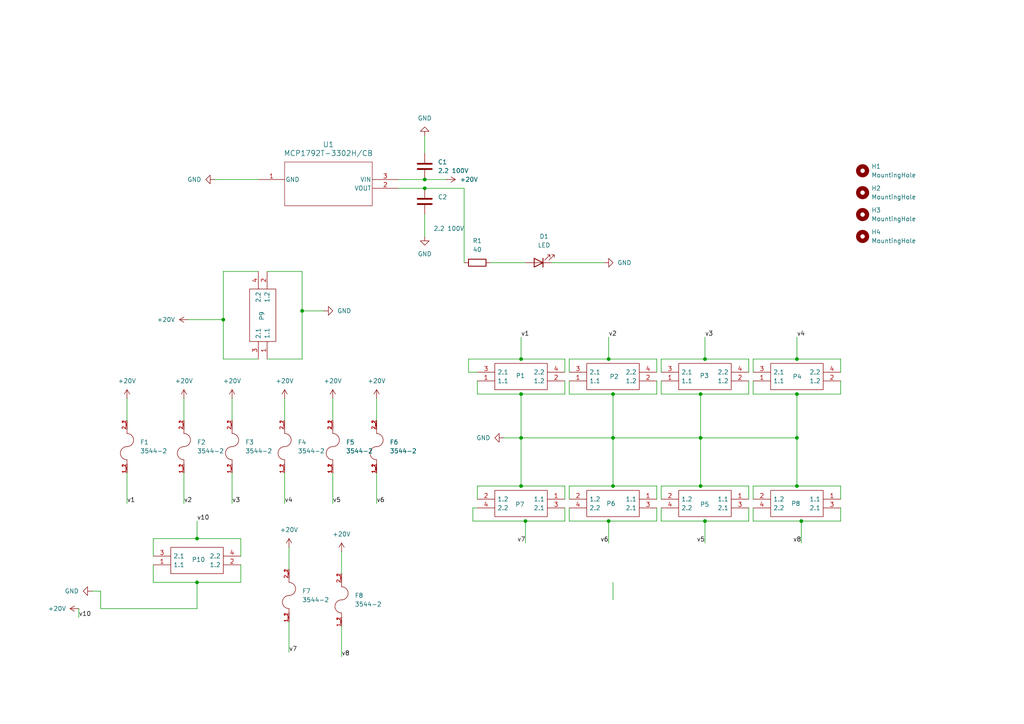
<source format=kicad_sch>
(kicad_sch (version 20250114) (generator "eeschema") (generator_version "9.0")
  (paper "A4")
  (title_block (title "Proxy PD") (rev "LL-Proxy-PD-A "))
  (lib_symbols
    (symbol "2604-1102:2604-1102" (pin_names (offset 0.762))
      (property "Reference" "J" (at 21.59 7.62 0))
      (property "Value" "2604-1102" (at 21.59 5.08 0))
      (symbol "2604-1102_0_0"
        (pin passive line (at 0 0 0) (length 5.08) (name "1.1") (number "1"))
        (pin passive line (at 0 -2.54 0) (length 5.08) (name "2.1") (number "3"))
        (pin passive line (at 25.4 0 180) (length 5.08) (name "1.2") (number "2"))
        (pin passive line (at 25.4 -2.54 180) (length 5.08) (name "2.2") (number "4"))
      )
      (symbol "2604-1102_0_1"
        (polyline (pts (xy 5.08 2.54) (xy 20.32 2.54) (xy 20.32 -5.08) (xy 5.08 -5.08) (xy 5.08 2.54)) (stroke (width 0.1524)))
      )
    )
    (symbol "3544-2:3544-2" (pin_names (offset 1.016))
      (property "Reference" "F" (at -5.08 3.302 0))
      (property "Value" "3544-2" (at -5.08 -5.08 0))
      (symbol "3544-2_0_0"
        (polyline (pts (xy -5.08 0) (xy -3.81 0)) (stroke (width 0.1524)))
        (arc (start -3.81 0) (mid -1.905 1.8967) (end 0 0) (stroke (width 0.1524)))
        (arc (start 3.81 0) (mid 1.905 -1.8967) (end 0 0) (stroke (width 0.1524)))
        (polyline (pts (xy 5.08 0) (xy 3.81 0)) (stroke (width 0.1524)))
        (pin passive line (at -7.62 0 0) (length 2.54) (name "~") (number "1_1"))
        (pin passive line (at -7.62 0 0) (length 2.54) (name "~") (number "1_2"))
        (pin passive line (at 7.62 0 180) (length 2.54) (name "~") (number "2_1"))
        (pin passive line (at 7.62 0 180) (length 2.54) (name "~") (number "2_2"))
      )
    )
    (symbol "Device:C" (pin_numbers (hide yes)) (pin_names (offset 0.254))
      (property "Reference" "C" (at 0.635 2.54 0))
      (property "Value" "C" (at 0.635 -2.54 0))
      (symbol "C_0_1"
        (polyline (pts (xy -2.032 0.762) (xy 2.032 0.762)) (stroke (width 0.508)))
        (polyline (pts (xy -2.032 -0.762) (xy 2.032 -0.762)) (stroke (width 0.508)))
      )
      (symbol "C_1_1"
        (pin passive line (at 0 3.81 270) (length 2.794) (name "~") (number "1"))
        (pin passive line (at 0 -3.81 90) (length 2.794) (name "~") (number "2"))
      )
    )
    (symbol "Device:LED" (pin_numbers (hide yes)) (pin_names (offset 1.016) (hide yes))
      (property "Reference" "D" (at 0 2.54 0))
      (property "Value" "LED" (at 0 -2.54 0))
      (symbol "LED_0_1"
        (polyline (pts (xy -3.048 -0.762) (xy -4.572 -2.286) (xy -3.81 -2.286) (xy -4.572 -2.286) (xy -4.572 -1.524)))
        (polyline (pts (xy -1.778 -0.762) (xy -3.302 -2.286) (xy -2.54 -2.286) (xy -3.302 -2.286) (xy -3.302 -1.524)))
        (polyline (pts (xy -1.27 0) (xy 1.27 0)))
        (polyline (pts (xy -1.27 -1.27) (xy -1.27 1.27)) (stroke (width 0.254)))
        (polyline (pts (xy 1.27 -1.27) (xy 1.27 1.27) (xy -1.27 0) (xy 1.27 -1.27)) (stroke (width 0.254)))
      )
      (symbol "LED_1_1"
        (pin passive line (at -3.81 0 0) (length 2.54) (name "K") (number "1"))
        (pin passive line (at 3.81 0 180) (length 2.54) (name "A") (number "2"))
      )
    )
    (symbol "Device:R" (pin_numbers (hide yes)) (pin_names (offset 0))
      (property "Reference" "R" (at 2.032 0 90))
      (property "Value" "R" (at 0 0 90))
      (symbol "R_0_1"
        (rectangle (start -1.016 -2.54) (end 1.016 2.54) (stroke (width 0.254)))
      )
      (symbol "R_1_1"
        (pin passive line (at 0 3.81 270) (length 1.27) (name "~") (number "1"))
        (pin passive line (at 0 -3.81 90) (length 1.27) (name "~") (number "2"))
      )
    )
    (symbol "MCP1792T-3302H/CB:MCP1792T-3302H_CB" (pin_names (offset 0.254))
      (property "Reference" "U" (at 20.32 10.16 0))
      (property "Value" "MCP1792T-3302H/CB" (at 20.32 7.62 0))
      (symbol "MCP1792T-3302H_CB_0_1"
        (polyline (pts (xy 7.62 5.08) (xy 7.62 -7.62)) (stroke (width 0.127)))
        (polyline (pts (xy 7.62 -7.62) (xy 33.02 -7.62)) (stroke (width 0.127)))
        (polyline (pts (xy 33.02 5.08) (xy 7.62 5.08)) (stroke (width 0.127)))
        (polyline (pts (xy 33.02 -7.62) (xy 33.02 5.08)) (stroke (width 0.127)))
        (pin power_out line (at 0 0 0) (length 7.62) (name "GND") (number "1"))
        (pin power_in line (at 40.64 0 180) (length 7.62) (name "VIN") (number "3"))
        (pin output line (at 40.64 -2.54 180) (length 7.62) (name "VOUT") (number "2"))
      )
    )
    (symbol "Mechanical:MountingHole" (pin_names (offset 1.016)) (in_bom no)
      (property "Reference" "H" (at 0 5.08 0))
      (property "Value" "MountingHole" (at 0 3.175 0))
      (symbol "MountingHole_0_1"
        (circle (center 0 0) (radius 1.27) (stroke (width 1.27)))
      )
    )
    (symbol "power:+24V" (power) (pin_numbers (hide yes)) (pin_names (offset 0) (hide yes))
      (property "Value" "+24V" (at 0 3.556 0))
      (symbol "+24V_0_1"
        (polyline (pts (xy -0.762 1.27) (xy 0 2.54)))
        (polyline (pts (xy 0 2.54) (xy 0.762 1.27)))
        (polyline (pts (xy 0 0) (xy 0 2.54)))
      )
      (symbol "+24V_1_1"
        (pin power_in line (at 0 0 90) (length 0) (name "~") (number "1"))
      )
    )
    (symbol "power:GND" (power) (pin_numbers (hide yes)) (pin_names (offset 0) (hide yes))
      (property "Value" "GND" (at 0 -3.81 0))
      (symbol "GND_0_1"
        (polyline (pts (xy 0 0) (xy 0 -1.27) (xy 1.27 -1.27) (xy 0 -2.54) (xy -1.27 -1.27) (xy 0 -1.27)))
      )
      (symbol "GND_1_1"
        (pin power_in line (at 0 0 270) (length 0) (name "~") (number "1"))
      )
    )
  )
  (junction (at 123.19 52.07))
  (junction (at 204.47 104.14))
  (junction (at 177.8 140.97))
  (junction (at 64.77 92.71))
  (junction (at 204.47 151.13))
  (junction (at 151.13 140.97))
  (junction (at 231.14 127))
  (junction (at 232.41 151.13))
  (junction (at 231.14 114.3))
  (junction (at 203.2 127))
  (junction (at 231.14 140.97))
  (junction (at 152.4 151.13))
  (junction (at 176.53 104.14))
  (junction (at 177.8 127))
  (junction (at 151.13 104.14))
  (junction (at 151.13 127))
  (junction (at 123.19 54.61))
  (junction (at 203.2 114.3))
  (junction (at 176.53 151.13))
  (junction (at 87.63 90.17))
  (junction (at 177.8 114.3))
  (junction (at 231.14 104.14))
  (junction (at 203.2 140.97))
  (junction (at 57.15 156.21))
  (junction (at 151.13 114.3))
  (junction (at 57.15 168.91))
  (wire (pts (xy 151.13 114.3) (xy 151.13 127)))
  (wire (pts (xy 151.13 114.3) (xy 138.43 114.3)))
  (wire (pts (xy 190.5 104.14) (xy 190.5 107.95)))
  (wire (pts (xy 231.14 104.14) (xy 243.84 104.14)))
  (wire (pts (xy 109.22 137.16) (xy 109.22 146.05)))
  (wire (pts (xy 64.77 92.71) (xy 64.77 104.14)))
  (wire (pts (xy 177.8 127) (xy 203.2 127)))
  (wire (pts (xy 29.21 176.53) (xy 29.21 171.45)))
  (wire (pts (xy 82.55 137.16) (xy 82.55 146.05)))
  (wire (pts (xy 99.06 160.02) (xy 99.06 166.37)))
  (wire (pts (xy 190.5 114.3) (xy 190.5 110.49)))
  (wire (pts (xy 165.1 147.32) (xy 165.1 151.13)))
  (wire (pts (xy 177.8 127) (xy 177.8 140.97)))
  (wire (pts (xy 74.93 104.14) (xy 64.77 104.14)))
  (wire (pts (xy 218.44 104.14) (xy 231.14 104.14)))
  (wire (pts (xy 243.84 104.14) (xy 243.84 107.95)))
  (wire (pts (xy 165.1 110.49) (xy 165.1 114.3)))
  (wire (pts (xy 204.47 97.79) (xy 204.47 104.14)))
  (wire (pts (xy 53.34 115.57) (xy 53.34 121.92)))
  (wire (pts (xy 176.53 97.79) (xy 176.53 104.14)))
  (wire (pts (xy 165.1 140.97) (xy 177.8 140.97)))
  (wire (pts (xy 177.8 140.97) (xy 190.5 140.97)))
  (wire (pts (xy 232.41 157.48) (xy 232.41 151.13)))
  (wire (pts (xy 44.45 168.91) (xy 57.15 168.91)))
  (wire (pts (xy 191.77 140.97) (xy 203.2 140.97)))
  (wire (pts (xy 142.24 76.2) (xy 152.4 76.2)))
  (wire (pts (xy 87.63 90.17) (xy 87.63 78.74)))
  (wire (pts (xy 29.21 176.53) (xy 57.15 176.53)))
  (wire (pts (xy 204.47 157.48) (xy 204.47 151.13)))
  (wire (pts (xy 146.05 127) (xy 151.13 127)))
  (wire (pts (xy 138.43 147.32) (xy 137.16 147.32)))
  (wire (pts (xy 163.83 147.32) (xy 163.83 151.13)))
  (wire (pts (xy 231.14 97.79) (xy 231.14 104.14)))
  (wire (pts (xy 191.77 147.32) (xy 191.77 151.13)))
  (wire (pts (xy 203.2 114.3) (xy 203.2 127)))
  (wire (pts (xy 57.15 156.21) (xy 44.45 156.21)))
  (wire (pts (xy 163.83 114.3) (xy 151.13 114.3)))
  (wire (pts (xy 135.89 104.14) (xy 135.89 107.95)))
  (wire (pts (xy 243.84 114.3) (xy 231.14 114.3)))
  (wire (pts (xy 64.77 78.74) (xy 74.93 78.74)))
  (wire (pts (xy 22.86 179.07) (xy 22.86 176.53)))
  (wire (pts (xy 87.63 90.17) (xy 93.98 90.17)))
  (wire (pts (xy 53.34 137.16) (xy 53.34 146.05)))
  (wire (pts (xy 217.17 140.97) (xy 217.17 144.78)))
  (wire (pts (xy 191.77 104.14) (xy 191.77 107.95)))
  (wire (pts (xy 115.57 54.61) (xy 123.19 54.61)))
  (wire (pts (xy 217.17 104.14) (xy 217.17 107.95)))
  (wire (pts (xy 218.44 151.13) (xy 232.41 151.13)))
  (wire (pts (xy 137.16 151.13) (xy 152.4 151.13)))
  (wire (pts (xy 57.15 151.13) (xy 57.15 156.21)))
  (wire (pts (xy 217.17 114.3) (xy 203.2 114.3)))
  (wire (pts (xy 231.14 140.97) (xy 243.84 140.97)))
  (wire (pts (xy 204.47 151.13) (xy 217.17 151.13)))
  (wire (pts (xy 67.31 137.16) (xy 67.31 146.05)))
  (wire (pts (xy 29.21 171.45) (xy 26.67 171.45)))
  (wire (pts (xy 165.1 114.3) (xy 177.8 114.3)))
  (wire (pts (xy 137.16 147.32) (xy 137.16 151.13)))
  (wire (pts (xy 82.55 115.57) (xy 82.55 121.92)))
  (wire (pts (xy 177.8 127) (xy 177.8 114.3)))
  (wire (pts (xy 191.77 151.13) (xy 204.47 151.13)))
  (wire (pts (xy 232.41 151.13) (xy 243.84 151.13)))
  (wire (pts (xy 83.82 180.34) (xy 83.82 189.23)))
  (wire (pts (xy 62.23 52.07) (xy 74.93 52.07)))
  (wire (pts (xy 176.53 157.48) (xy 176.53 151.13)))
  (wire (pts (xy 217.17 110.49) (xy 217.17 114.3)))
  (wire (pts (xy 77.47 104.14) (xy 87.63 104.14)))
  (wire (pts (xy 151.13 140.97) (xy 163.83 140.97)))
  (wire (pts (xy 69.85 161.29) (xy 69.85 156.21)))
  (wire (pts (xy 165.1 104.14) (xy 165.1 107.95)))
  (wire (pts (xy 64.77 78.74) (xy 64.77 92.71)))
  (wire (pts (xy 191.77 104.14) (xy 204.47 104.14)))
  (wire (pts (xy 83.82 158.75) (xy 83.82 165.1)))
  (wire (pts (xy 69.85 168.91) (xy 69.85 163.83)))
  (wire (pts (xy 218.44 140.97) (xy 231.14 140.97)))
  (wire (pts (xy 165.1 151.13) (xy 176.53 151.13)))
  (wire (pts (xy 44.45 163.83) (xy 44.45 168.91)))
  (wire (pts (xy 99.06 181.61) (xy 99.06 190.5)))
  (wire (pts (xy 96.52 137.16) (xy 96.52 146.05)))
  (wire (pts (xy 87.63 78.74) (xy 77.47 78.74)))
  (wire (pts (xy 243.84 147.32) (xy 243.84 151.13)))
  (wire (pts (xy 57.15 176.53) (xy 57.15 168.91)))
  (wire (pts (xy 218.44 114.3) (xy 218.44 110.49)))
  (wire (pts (xy 218.44 144.78) (xy 218.44 140.97)))
  (wire (pts (xy 135.89 107.95) (xy 138.43 107.95)))
  (wire (pts (xy 54.61 92.71) (xy 64.77 92.71)))
  (wire (pts (xy 109.22 115.57) (xy 109.22 121.92)))
  (wire (pts (xy 67.31 115.57) (xy 67.31 121.92)))
  (wire (pts (xy 135.89 104.14) (xy 151.13 104.14)))
  (wire (pts (xy 203.2 127) (xy 203.2 140.97)))
  (wire (pts (xy 177.8 173.99) (xy 177.8 168.91)))
  (wire (pts (xy 69.85 156.21) (xy 57.15 156.21)))
  (wire (pts (xy 151.13 127) (xy 151.13 140.97)))
  (wire (pts (xy 57.15 168.91) (xy 69.85 168.91)))
  (wire (pts (xy 204.47 104.14) (xy 217.17 104.14)))
  (wire (pts (xy 203.2 114.3) (xy 191.77 114.3)))
  (wire (pts (xy 160.02 76.2) (xy 175.26 76.2)))
  (wire (pts (xy 36.83 115.57) (xy 36.83 121.92)))
  (wire (pts (xy 191.77 144.78) (xy 191.77 140.97)))
  (wire (pts (xy 218.44 147.32) (xy 218.44 151.13)))
  (wire (pts (xy 123.19 39.37) (xy 123.19 44.45)))
  (wire (pts (xy 218.44 104.14) (xy 218.44 107.95)))
  (wire (pts (xy 123.19 54.61) (xy 134.62 54.61)))
  (wire (pts (xy 44.45 156.21) (xy 44.45 161.29)))
  (wire (pts (xy 243.84 110.49) (xy 243.84 114.3)))
  (wire (pts (xy 138.43 140.97) (xy 151.13 140.97)))
  (wire (pts (xy 152.4 157.48) (xy 152.4 151.13)))
  (wire (pts (xy 165.1 104.14) (xy 176.53 104.14)))
  (wire (pts (xy 96.52 115.57) (xy 96.52 121.92)))
  (wire (pts (xy 217.17 147.32) (xy 217.17 151.13)))
  (wire (pts (xy 151.13 127) (xy 177.8 127)))
  (wire (pts (xy 231.14 114.3) (xy 218.44 114.3)))
  (wire (pts (xy 163.83 107.95) (xy 163.83 104.14)))
  (wire (pts (xy 152.4 151.13) (xy 163.83 151.13)))
  (wire (pts (xy 191.77 114.3) (xy 191.77 110.49)))
  (wire (pts (xy 203.2 140.97) (xy 217.17 140.97)))
  (wire (pts (xy 123.19 62.23) (xy 123.19 68.58)))
  (wire (pts (xy 87.63 104.14) (xy 87.63 90.17)))
  (wire (pts (xy 138.43 144.78) (xy 138.43 140.97)))
  (wire (pts (xy 190.5 147.32) (xy 190.5 151.13)))
  (wire (pts (xy 231.14 127) (xy 231.14 140.97)))
  (wire (pts (xy 134.62 54.61) (xy 134.62 76.2)))
  (wire (pts (xy 176.53 104.14) (xy 190.5 104.14)))
  (wire (pts (xy 123.19 52.07) (xy 129.54 52.07)))
  (wire (pts (xy 177.8 114.3) (xy 190.5 114.3)))
  (wire (pts (xy 36.83 137.16) (xy 36.83 146.05)))
  (wire (pts (xy 115.57 52.07) (xy 123.19 52.07)))
  (wire (pts (xy 231.14 114.3) (xy 231.14 127)))
  (wire (pts (xy 190.5 140.97) (xy 190.5 144.78)))
  (wire (pts (xy 243.84 140.97) (xy 243.84 144.78)))
  (wire (pts (xy 176.53 151.13) (xy 190.5 151.13)))
  (wire (pts (xy 203.2 127) (xy 231.14 127)))
  (wire (pts (xy 151.13 104.14) (xy 163.83 104.14)))
  (wire (pts (xy 165.1 144.78) (xy 165.1 140.97)))
  (wire (pts (xy 151.13 97.79) (xy 151.13 104.14)))
  (wire (pts (xy 138.43 114.3) (xy 138.43 110.49)))
  (wire (pts (xy 163.83 110.49) (xy 163.83 114.3)))
  (wire (pts (xy 163.83 140.97) (xy 163.83 144.78)))
  (label "v10" (at 22.86 179.07 0))
  (label "v10" (at 57.15 151.13 0))
  (label "v2" (at 176.53 97.79 0))
  (label "v7" (at 83.82 189.23 0))
  (label "v4" (at 82.55 146.05 0))
  (label "v4" (at 231.14 97.79 0))
  (label "v3" (at 67.31 146.05 0))
  (label "v8" (at 99.06 190.5 0))
  (label "v2" (at 53.34 146.05 0))
  (label "v1" (at 36.83 146.05 0))
  (label "v3" (at 204.47 97.79 0))
  (label "v8" (at 232.41 157.48 180))
  (label "v5" (at 96.52 146.05 0))
  (label "v5" (at 204.47 157.48 180))
  (label "v1" (at 151.13 97.79 0))
  (label "v7" (at 152.4 157.48 180))
  (label "v6" (at 176.53 157.48 180))
  (label "v6" (at 109.22 146.05 0))
  (symbol (lib_id "power:GND") (at 93.98 90.17 90) (unit 1)
    (property "Reference" "#PWR02" (effects (hide yes)))
    (property "Value" "GND" (at 97.79 90.1699 90) (effects (justify right)))
    (property "Description" "Power symbol creates a global label with name \"GND\" , ground" (effects (hide yes)))
  )
  (symbol (lib_id "MCP1792T-3302H/CB:MCP1792T-3302H_CB") (at 74.93 52.07 0) (unit 1)
    (property "Reference" "U1" (at 95.25 41.91 0) (effects (font (size 1.524 1.524))))
    (property "Value" "MCP1792T-3302H/CB" (at 95.25 44.45 0) (effects (font (size 1.524 1.524))))
    (property "Footprint" "Customconnectors:SOT-23A_CB_MCH" (effects (hide yes)))
    (property "Datasheet" "MCP1792T-3302H/CB" (effects (hide yes)))
    (property "LCSC Part #" "C625397" (effects (hide yes)))
    (property "FT Rotation Offset" "-90" (effects (hide yes)))
  )
  (symbol (lib_id "power:+24V") (at 54.61 92.71 90) (unit 1)
    (property "Reference" "#PWR01" (effects (hide yes)))
    (property "Value" "+20V" (at 50.8 92.7099 90) (effects (justify left)))
    (property "Description" "Power symbol creates a global label with name \"+24V\"" (effects (hide yes)))
  )
  (symbol (lib_id "2604-1102:2604-1102") (at 190.5 144.78 0) (mirror y) (unit 1)
    (property "Reference" "P6" (at 178.562 146.05 0) (effects (justify left)))
    (property "Value" "2604-1102" (effects (hide yes)))
    (property "Footprint" "Customconnectors:26041102" (effects (hide yes)))
    (property "Datasheet" "https://www.wago.com/2604-1102" (effects (hide yes)))
    (property "Description" "PCB terminal block; lever; 4 mm; Pin spacing 5 mm; 2-pole; Push-in CAGE CLAMP" (effects (hide yes)))
    (property "Description_1" "PCB terminal block; lever; 4 mm; Pin spacing 5 mm; 2-pole; Push-in CAGE CLAMP" (effects (hide yes)))
    (property "Height" "16.7" (effects (hide yes)))
    (property "Manufacturer_Name" "Wago" (effects (hide yes)))
    (property "Manufacturer_Part_Number" "2604-1102" (effects (hide yes)))
    (property "Arrow Part Number" "2604-1102" (effects (hide yes)))
    (property "Arrow Price/Stock" "https://www.arrow.com/en/products/2604-1102/wago-kontakttechnik-gmbh?utm_currency=USD&region=nac" (effects (hide yes)))
    (property "LCSC Part #" "C3309286" (effects (hide yes)))
  )
  (symbol (lib_id "2604-1102:2604-1102") (at 191.77 110.49 0) (mirror x) (unit 1)
    (property "Reference" "P3" (at 202.946 108.966 0) (effects (justify left)))
    (property "Value" "2604-1102" (effects (hide yes)))
    (property "Footprint" "Customconnectors:26041102" (effects (hide yes)))
    (property "Datasheet" "https://www.wago.com/2604-1102" (effects (hide yes)))
    (property "Description" "PCB terminal block; lever; 4 mm; Pin spacing 5 mm; 2-pole; Push-in CAGE CLAMP" (effects (hide yes)))
    (property "Description_1" "PCB terminal block; lever; 4 mm; Pin spacing 5 mm; 2-pole; Push-in CAGE CLAMP" (effects (hide yes)))
    (property "Height" "16.7" (effects (hide yes)))
    (property "Manufacturer_Name" "Wago" (effects (hide yes)))
    (property "Manufacturer_Part_Number" "2604-1102" (effects (hide yes)))
    (property "Arrow Part Number" "2604-1102" (effects (hide yes)))
    (property "Arrow Price/Stock" "https://www.arrow.com/en/products/2604-1102/wago-kontakttechnik-gmbh?utm_currency=USD&region=nac" (effects (hide yes)))
    (property "LCSC Part #" "C3309286" (effects (hide yes)))
  )
  (symbol (lib_id "power:+24V") (at 82.55 115.57 0) (unit 1)
    (property "Reference" "#PWR014" (effects (hide yes)))
    (property "Value" "+20V" (at 82.55 110.49 0))
    (property "Description" "Power symbol creates a global label with name \"+24V\"" (effects (hide yes)))
  )
  (symbol (lib_id "power:+24V") (at 96.52 115.57 0) (unit 1)
    (property "Reference" "#PWR015" (effects (hide yes)))
    (property "Value" "+20V" (at 96.52 110.49 0))
    (property "Description" "Power symbol creates a global label with name \"+24V\"" (effects (hide yes)))
  )
  (symbol (lib_id "Device:C") (at 123.19 48.26 0) (unit 1)
    (property "Reference" "C1" (at 127 46.9899 0) (effects (justify left)))
    (property "Value" "2.2 100V" (at 127 49.5299 0) (effects (justify left)))
    (property "Footprint" "Capacitor_SMD:C_0805_2012Metric" (effects (hide yes)))
    (property "Description" "Unpolarized capacitor" (effects (hide yes)))
    (property "LCSC Part #" "C2981733" (effects (hide yes)))
  )
  (symbol (lib_id "power:+24V") (at 22.86 176.53 90) (unit 1)
    (property "Reference" "#PWR07" (effects (hide yes)))
    (property "Value" "+20V" (at 19.1891 176.5299 90) (effects (justify left)))
    (property "Description" "Power symbol creates a global label with name \"+24V\"" (effects (hide yes)))
  )
  (symbol (lib_id "power:+24V") (at 83.82 158.75 0) (unit 1)
    (property "Reference" "#PWR017" (effects (hide yes)))
    (property "Value" "+20V" (at 83.82 153.67 0))
    (property "Description" "Power symbol creates a global label with name \"+24V\"" (effects (hide yes)))
  )
  (symbol (lib_id "power:GND") (at 146.05 127 270) (unit 1)
    (property "Reference" "#PWR05" (effects (hide yes)))
    (property "Value" "GND" (at 142.24 126.9999 90) (effects (justify right)))
    (property "Description" "Power symbol creates a global label with name \"GND\" , ground" (effects (hide yes)))
  )
  (symbol (lib_id "Device:LED") (at 156.21 76.2 180) (unit 1)
    (property "Reference" "D1" (at 157.7975 68.58 0))
    (property "Value" "LED" (at 157.7975 71.12 0))
    (property "Footprint" "Customconnectors:LTST-C930" (effects (hide yes)))
    (property "Description" "Light emitting diode" (effects (hide yes)))
    (property "Sim.Pins" "1=K 2=A" (effects (hide yes)))
    (property "LCSC Part #" "C125111" (effects (hide yes)))
    (property "FT Rotation Offset" "180" (effects (hide yes)))
  )
  (symbol (lib_id "power:+24V") (at 129.54 52.07 270) (unit 1)
    (property "Reference" "#PWR03" (effects (hide yes)))
    (property "Value" "+20V" (at 133.35 52.0699 90) (effects (justify left)))
    (property "Description" "Power symbol creates a global label with name \"+24V\"" (effects (hide yes)))
  )
  (symbol (lib_id "2604-1102:2604-1102") (at 44.45 163.83 0) (mirror x) (unit 1)
    (property "Reference" "P10" (at 55.626 162.306 0) (effects (justify left)))
    (property "Value" "2604-1102" (effects (hide yes)))
    (property "Footprint" "Customconnectors:26041102" (effects (hide yes)))
    (property "Datasheet" "https://www.wago.com/2604-1102" (effects (hide yes)))
    (property "Description" "PCB terminal block; lever; 4 mm; Pin spacing 5 mm; 2-pole; Push-in CAGE CLAMP" (effects (hide yes)))
    (property "Description_1" "PCB terminal block; lever; 4 mm; Pin spacing 5 mm; 2-pole; Push-in CAGE CLAMP" (effects (hide yes)))
    (property "Height" "16.7" (effects (hide yes)))
    (property "Manufacturer_Name" "Wago" (effects (hide yes)))
    (property "Manufacturer_Part_Number" "2604-1102" (effects (hide yes)))
    (property "Arrow Part Number" "2604-1102" (effects (hide yes)))
    (property "Arrow Price/Stock" "https://www.arrow.com/en/products/2604-1102/wago-kontakttechnik-gmbh?utm_currency=USD&region=nac" (effects (hide yes)))
    (property "LCSC Part #" "C3309286" (effects (hide yes)))
  )
  (symbol (lib_id "2604-1102:2604-1102") (at 243.84 144.78 0) (mirror y) (unit 1)
    (property "Reference" "P8" (at 232.156 146.05 0) (effects (justify left)))
    (property "Value" "2604-1102" (effects (hide yes)))
    (property "Footprint" "Customconnectors:26041102" (effects (hide yes)))
    (property "Datasheet" "https://www.wago.com/2604-1102" (effects (hide yes)))
    (property "Description" "PCB terminal block; lever; 4 mm; Pin spacing 5 mm; 2-pole; Push-in CAGE CLAMP" (effects (hide yes)))
    (property "Description_1" "PCB terminal block; lever; 4 mm; Pin spacing 5 mm; 2-pole; Push-in CAGE CLAMP" (effects (hide yes)))
    (property "Height" "16.7" (effects (hide yes)))
    (property "Manufacturer_Name" "Wago" (effects (hide yes)))
    (property "Manufacturer_Part_Number" "2604-1102" (effects (hide yes)))
    (property "Arrow Part Number" "2604-1102" (effects (hide yes)))
    (property "Arrow Price/Stock" "https://www.arrow.com/en/products/2604-1102/wago-kontakttechnik-gmbh?utm_currency=USD&region=nac" (effects (hide yes)))
    (property "LCSC Part #" "C3309286" (effects (hide yes)))
  )
  (symbol (lib_id "2604-1102:2604-1102") (at 163.83 144.78 0) (mirror y) (unit 1)
    (property "Reference" "P7" (at 152.146 146.304 0) (effects (justify left)))
    (property "Value" "2604-1102" (effects (hide yes)))
    (property "Footprint" "Customconnectors:26041102" (effects (hide yes)))
    (property "Datasheet" "https://www.wago.com/2604-1102" (effects (hide yes)))
    (property "Description" "PCB terminal block; lever; 4 mm; Pin spacing 5 mm; 2-pole; Push-in CAGE CLAMP" (effects (hide yes)))
    (property "Description_1" "PCB terminal block; lever; 4 mm; Pin spacing 5 mm; 2-pole; Push-in CAGE CLAMP" (effects (hide yes)))
    (property "Height" "16.7" (effects (hide yes)))
    (property "Manufacturer_Name" "Wago" (effects (hide yes)))
    (property "Manufacturer_Part_Number" "2604-1102" (effects (hide yes)))
    (property "Arrow Part Number" "2604-1102" (effects (hide yes)))
    (property "Arrow Price/Stock" "https://www.arrow.com/en/products/2604-1102/wago-kontakttechnik-gmbh?utm_currency=USD&region=nac" (effects (hide yes)))
    (property "LCSC Part #" "C3309286" (effects (hide yes)))
  )
  (symbol (lib_id "Mechanical:MountingHole") (at 250.19 49.53 0) (unit 1) (in_bom no)
    (property "Reference" "H1" (at 252.73 48.2599 0) (effects (justify left)))
    (property "Value" "MountingHole" (at 252.73 50.7999 0) (effects (justify left)))
    (property "Footprint" "MountingHole:MountingHole_2.5mm" (effects (hide yes)))
    (property "Description" "Mounting Hole without connection" (effects (hide yes)))
  )
  (symbol (lib_id "Mechanical:MountingHole") (at 250.19 55.88 0) (unit 1) (in_bom no)
    (property "Reference" "H2" (at 252.73 54.6099 0) (effects (justify left)))
    (property "Value" "MountingHole" (at 252.73 57.1499 0) (effects (justify left)))
    (property "Footprint" "MountingHole:MountingHole_2.5mm" (effects (hide yes)))
    (property "Description" "Mounting Hole without connection" (effects (hide yes)))
  )
  (symbol (lib_id "2604-1102:2604-1102") (at 218.44 110.49 0) (mirror x) (unit 1)
    (property "Reference" "P4" (at 229.87 109.22 0) (effects (justify left)))
    (property "Value" "2604-1102" (effects (hide yes)))
    (property "Footprint" "Customconnectors:26041102" (effects (hide yes)))
    (property "Datasheet" "https://www.wago.com/2604-1102" (effects (hide yes)))
    (property "Description" "PCB terminal block; lever; 4 mm; Pin spacing 5 mm; 2-pole; Push-in CAGE CLAMP" (effects (hide yes)))
    (property "Description_1" "PCB terminal block; lever; 4 mm; Pin spacing 5 mm; 2-pole; Push-in CAGE CLAMP" (effects (hide yes)))
    (property "Height" "16.7" (effects (hide yes)))
    (property "Manufacturer_Name" "Wago" (effects (hide yes)))
    (property "Manufacturer_Part_Number" "2604-1102" (effects (hide yes)))
    (property "Arrow Part Number" "2604-1102" (effects (hide yes)))
    (property "Arrow Price/Stock" "https://www.arrow.com/en/products/2604-1102/wago-kontakttechnik-gmbh?utm_currency=USD&region=nac" (effects (hide yes)))
    (property "LCSC Part #" "C3309286" (effects (hide yes)))
  )
  (symbol (lib_id "3544-2:3544-2") (at 67.31 129.54 90) (unit 1)
    (property "Reference" "F3" (at 71.12 128.2699 90) (effects (justify right)))
    (property "Value" "3544-2" (at 71.12 130.8099 90) (effects (justify right)))
    (property "Footprint" "Customconnectors:FUSE_3544-2" (effects (hide yes)))
    (property "PARTREV" "C" (effects (hide yes)))
    (property "STANDARD" "Manufacturer Recommendations" (effects (hide yes)))
    (property "SNAPEDA_PN" "3544-2" (effects (hide yes)))
    (property "MAXIMUM_PACKAGE_HEIGHT" "9.02mm" (effects (hide yes)))
    (property "MANUFACTURER" "Keystone" (effects (hide yes)))
  )
  (symbol (lib_id "3544-2:3544-2") (at 36.83 129.54 90) (unit 1)
    (property "Reference" "F1" (at 40.64 128.2699 90) (effects (justify right)))
    (property "Value" "3544-2" (at 40.64 130.8099 90) (effects (justify right)))
    (property "Footprint" "Customconnectors:FUSE_3544-2" (effects (hide yes)))
    (property "PARTREV" "C" (effects (hide yes)))
    (property "STANDARD" "Manufacturer Recommendations" (effects (hide yes)))
    (property "SNAPEDA_PN" "3544-2" (effects (hide yes)))
    (property "MAXIMUM_PACKAGE_HEIGHT" "9.02mm" (effects (hide yes)))
    (property "MANUFACTURER" "Keystone" (effects (hide yes)))
  )
  (symbol (lib_id "Mechanical:MountingHole") (at 250.19 62.23 0) (unit 1) (in_bom no)
    (property "Reference" "H3" (at 252.73 60.9599 0) (effects (justify left)))
    (property "Value" "MountingHole" (at 252.73 63.4999 0) (effects (justify left)))
    (property "Footprint" "MountingHole:MountingHole_2.5mm" (effects (hide yes)))
    (property "Description" "Mounting Hole without connection" (effects (hide yes)))
  )
  (symbol (lib_id "2604-1102:2604-1102") (at 165.1 110.49 0) (mirror x) (unit 1)
    (property "Reference" "P2" (at 176.784 109.22 0) (effects (justify left)))
    (property "Value" "2604-1102" (effects (hide yes)))
    (property "Footprint" "Customconnectors:26041102" (effects (hide yes)))
    (property "Datasheet" "https://www.wago.com/2604-1102" (effects (hide yes)))
    (property "Description" "PCB terminal block; lever; 4 mm; Pin spacing 5 mm; 2-pole; Push-in CAGE CLAMP" (effects (hide yes)))
    (property "Description_1" "PCB terminal block; lever; 4 mm; Pin spacing 5 mm; 2-pole; Push-in CAGE CLAMP" (effects (hide yes)))
    (property "Height" "16.7" (effects (hide yes)))
    (property "Manufacturer_Name" "Wago" (effects (hide yes)))
    (property "Manufacturer_Part_Number" "2604-1102" (effects (hide yes)))
    (property "Arrow Part Number" "2604-1102" (effects (hide yes)))
    (property "Arrow Price/Stock" "https://www.arrow.com/en/products/2604-1102/wago-kontakttechnik-gmbh?utm_currency=USD&region=nac" (effects (hide yes)))
    (property "LCSC Part #" "C3309286" (effects (hide yes)))
  )
  (symbol (lib_id "power:GND") (at 62.23 52.07 270) (unit 1)
    (property "Reference" "#PWR09" (effects (hide yes)))
    (property "Value" "GND" (at 58.42 52.0699 90) (effects (justify right)))
    (property "Description" "Power symbol creates a global label with name \"GND\" , ground" (effects (hide yes)))
  )
  (symbol (lib_id "2604-1102:2604-1102") (at 77.47 104.14 270) (mirror x) (unit 1)
    (property "Reference" "P9" (at 75.946 92.964 0) (effects (justify left)))
    (property "Value" "2604-1102" (effects (hide yes)))
    (property "Footprint" "Customconnectors:26041102" (effects (hide yes)))
    (property "Datasheet" "https://www.wago.com/2604-1102" (effects (hide yes)))
    (property "Description" "PCB terminal block; lever; 4 mm; Pin spacing 5 mm; 2-pole; Push-in CAGE CLAMP" (effects (hide yes)))
    (property "Description_1" "PCB terminal block; lever; 4 mm; Pin spacing 5 mm; 2-pole; Push-in CAGE CLAMP" (effects (hide yes)))
    (property "Height" "16.7" (effects (hide yes)))
    (property "Manufacturer_Name" "Wago" (effects (hide yes)))
    (property "Manufacturer_Part_Number" "2604-1102" (effects (hide yes)))
    (property "Arrow Part Number" "2604-1102" (effects (hide yes)))
    (property "Arrow Price/Stock" "https://www.arrow.com/en/products/2604-1102/wago-kontakttechnik-gmbh?utm_currency=USD&region=nac" (effects (hide yes)))
    (property "LCSC Part #" "C3309286" (effects (hide yes)))
  )
  (symbol (lib_id "3544-2:3544-2") (at 109.22 129.54 90) (unit 1)
    (property "Reference" "F6" (at 113.03 128.2699 90) (effects (justify right)))
    (property "Value" "3544-2" (at 113.03 130.8099 90) (effects (justify right)))
    (property "Footprint" "Customconnectors:FUSE_3544-2" (effects (hide yes)))
    (property "PARTREV" "C" (effects (hide yes)))
    (property "STANDARD" "Manufacturer Recommendations" (effects (hide yes)))
    (property "SNAPEDA_PN" "3544-2" (effects (hide yes)))
    (property "MAXIMUM_PACKAGE_HEIGHT" "9.02mm" (effects (hide yes)))
    (property "MANUFACTURER" "Keystone" (effects (hide yes)))
  )
  (symbol (lib_id "Device:C") (at 123.19 58.42 0) (unit 1)
    (property "Reference" "C2" (at 127 57.1499 0) (effects (justify left)))
    (property "Value" "2.2 100V" (at 125.73 66.294 0) (effects (justify left)))
    (property "Footprint" "Capacitor_SMD:C_0805_2012Metric" (effects (hide yes)))
    (property "Description" "Unpolarized capacitor" (effects (hide yes)))
    (property "LCSC Part #" "C2981733" (effects (hide yes)))
  )
  (symbol (lib_id "power:+24V") (at 109.22 115.57 0) (unit 1)
    (property "Reference" "#PWR016" (effects (hide yes)))
    (property "Value" "+20V" (at 109.22 110.49 0))
    (property "Description" "Power symbol creates a global label with name \"+24V\"" (effects (hide yes)))
  )
  (symbol (lib_id "2604-1102:2604-1102") (at 138.43 110.49 0) (mirror x) (unit 1)
    (property "Reference" "P1" (at 149.606 108.966 0) (effects (justify left)))
    (property "Value" "2604-1102" (effects (hide yes)))
    (property "Footprint" "Customconnectors:26041102" (effects (hide yes)))
    (property "Datasheet" "https://www.wago.com/2604-1102" (effects (hide yes)))
    (property "Description" "PCB terminal block; lever; 4 mm; Pin spacing 5 mm; 2-pole; Push-in CAGE CLAMP" (effects (hide yes)))
    (property "Description_1" "PCB terminal block; lever; 4 mm; Pin spacing 5 mm; 2-pole; Push-in CAGE CLAMP" (effects (hide yes)))
    (property "Height" "16.7" (effects (hide yes)))
    (property "Manufacturer_Name" "Wago" (effects (hide yes)))
    (property "Manufacturer_Part_Number" "2604-1102" (effects (hide yes)))
    (property "Arrow Part Number" "2604-1102" (effects (hide yes)))
    (property "Arrow Price/Stock" "https://www.arrow.com/en/products/2604-1102/wago-kontakttechnik-gmbh?utm_currency=USD&region=nac" (effects (hide yes)))
    (property "LCSC Part #" "C3309286" (effects (hide yes)))
  )
  (symbol (lib_id "3544-2:3544-2") (at 82.55 129.54 90) (unit 1)
    (property "Reference" "F4" (at 86.36 128.2699 90) (effects (justify right)))
    (property "Value" "3544-2" (at 86.36 130.8099 90) (effects (justify right)))
    (property "Footprint" "Customconnectors:FUSE_3544-2" (effects (hide yes)))
    (property "PARTREV" "C" (effects (hide yes)))
    (property "STANDARD" "Manufacturer Recommendations" (effects (hide yes)))
    (property "SNAPEDA_PN" "3544-2" (effects (hide yes)))
    (property "MAXIMUM_PACKAGE_HEIGHT" "9.02mm" (effects (hide yes)))
    (property "MANUFACTURER" "Keystone" (effects (hide yes)))
  )
  (symbol (lib_id "Mechanical:MountingHole") (at 250.19 68.58 0) (unit 1) (in_bom no)
    (property "Reference" "H4" (at 252.73 67.3099 0) (effects (justify left)))
    (property "Value" "MountingHole" (at 252.73 69.8499 0) (effects (justify left)))
    (property "Footprint" "MountingHole:MountingHole_2.5mm" (effects (hide yes)))
    (property "Description" "Mounting Hole without connection" (effects (hide yes)))
  )
  (symbol (lib_id "power:+24V") (at 36.83 115.57 0) (unit 1)
    (property "Reference" "#PWR012" (effects (hide yes)))
    (property "Value" "+20V" (at 36.83 110.49 0))
    (property "Description" "Power symbol creates a global label with name \"+24V\"" (effects (hide yes)))
  )
  (symbol (lib_id "power:GND") (at 26.67 171.45 270) (unit 1)
    (property "Reference" "#PWR08" (effects (hide yes)))
    (property "Value" "GND" (at 22.86 171.4499 90) (effects (justify right)))
    (property "Description" "Power symbol creates a global label with name \"GND\" , ground" (effects (hide yes)))
  )
  (symbol (lib_id "3544-2:3544-2") (at 99.06 173.99 90) (unit 1)
    (property "Reference" "F8" (at 102.87 172.7199 90) (effects (justify right)))
    (property "Value" "3544-2" (at 102.87 175.2599 90) (effects (justify right)))
    (property "Footprint" "Customconnectors:FUSE_3544-2" (effects (hide yes)))
    (property "PARTREV" "C" (effects (hide yes)))
    (property "STANDARD" "Manufacturer Recommendations" (effects (hide yes)))
    (property "SNAPEDA_PN" "3544-2" (effects (hide yes)))
    (property "MAXIMUM_PACKAGE_HEIGHT" "9.02mm" (effects (hide yes)))
    (property "MANUFACTURER" "Keystone" (effects (hide yes)))
  )
  (symbol (lib_id "3544-2:3544-2") (at 53.34 129.54 90) (unit 1)
    (property "Reference" "F2" (at 57.15 128.2699 90) (effects (justify right)))
    (property "Value" "3544-2" (at 57.15 130.8099 90) (effects (justify right)))
    (property "Footprint" "Customconnectors:FUSE_3544-2" (effects (hide yes)))
    (property "PARTREV" "C" (effects (hide yes)))
    (property "STANDARD" "Manufacturer Recommendations" (effects (hide yes)))
    (property "SNAPEDA_PN" "3544-2" (effects (hide yes)))
    (property "MAXIMUM_PACKAGE_HEIGHT" "9.02mm" (effects (hide yes)))
    (property "MANUFACTURER" "Keystone" (effects (hide yes)))
  )
  (symbol (lib_id "power:+24V") (at 53.34 115.57 0) (unit 1)
    (property "Reference" "#PWR04" (effects (hide yes)))
    (property "Value" "+20V" (at 53.34 110.49 0))
    (property "Description" "Power symbol creates a global label with name \"+24V\"" (effects (hide yes)))
  )
  (symbol (lib_id "Device:R") (at 138.43 76.2 90) (unit 1)
    (property "Reference" "R1" (at 138.43 69.85 90))
    (property "Value" "40" (at 138.43 72.39 90))
    (property "Footprint" "Resistor_SMD:R_0805_2012Metric" (effects (hide yes)))
    (property "Description" "Resistor" (effects (hide yes)))
    (property "LCSC Part #" "C114564" (effects (hide yes)))
  )
  (symbol (lib_id "3544-2:3544-2") (at 83.82 172.72 90) (unit 1)
    (property "Reference" "F7" (at 87.63 171.4499 90) (effects (justify right)))
    (property "Value" "3544-2" (at 87.63 173.9899 90) (effects (justify right)))
    (property "Footprint" "Customconnectors:FUSE_3544-2" (effects (hide yes)))
    (property "PARTREV" "C" (effects (hide yes)))
    (property "STANDARD" "Manufacturer Recommendations" (effects (hide yes)))
    (property "SNAPEDA_PN" "3544-2" (effects (hide yes)))
    (property "MAXIMUM_PACKAGE_HEIGHT" "9.02mm" (effects (hide yes)))
    (property "MANUFACTURER" "Keystone" (effects (hide yes)))
  )
  (symbol (lib_id "power:GND") (at 123.19 68.58 0) (unit 1)
    (property "Reference" "#PWR011" (effects (hide yes)))
    (property "Value" "GND" (at 123.19 73.66 0))
    (property "Description" "Power symbol creates a global label with name \"GND\" , ground" (effects (hide yes)))
  )
  (symbol (lib_id "2604-1102:2604-1102") (at 217.17 144.78 0) (mirror y) (unit 1)
    (property "Reference" "P5" (at 205.74 146.304 0) (effects (justify left)))
    (property "Value" "2604-1102" (effects (hide yes)))
    (property "Footprint" "Customconnectors:26041102" (effects (hide yes)))
    (property "Datasheet" "https://www.wago.com/2604-1102" (effects (hide yes)))
    (property "Description" "PCB terminal block; lever; 4 mm; Pin spacing 5 mm; 2-pole; Push-in CAGE CLAMP" (effects (hide yes)))
    (property "Description_1" "PCB terminal block; lever; 4 mm; Pin spacing 5 mm; 2-pole; Push-in CAGE CLAMP" (effects (hide yes)))
    (property "Height" "16.7" (effects (hide yes)))
    (property "Manufacturer_Name" "Wago" (effects (hide yes)))
    (property "Manufacturer_Part_Number" "2604-1102" (effects (hide yes)))
    (property "Arrow Part Number" "2604-1102" (effects (hide yes)))
    (property "Arrow Price/Stock" "https://www.arrow.com/en/products/2604-1102/wago-kontakttechnik-gmbh?utm_currency=USD&region=nac" (effects (hide yes)))
    (property "LCSC Part #" "C3309286" (effects (hide yes)))
  )
  (symbol (lib_id "power:+24V") (at 99.06 160.02 0) (unit 1)
    (property "Reference" "#PWR018" (effects (hide yes)))
    (property "Value" "+20V" (at 99.06 154.94 0))
    (property "Description" "Power symbol creates a global label with name \"+24V\"" (effects (hide yes)))
  )
  (symbol (lib_id "power:GND") (at 175.26 76.2 90) (unit 1)
    (property "Reference" "#PWR06" (effects (hide yes)))
    (property "Value" "GND" (at 179.07 76.1999 90) (effects (justify right)))
    (property "Description" "Power symbol creates a global label with name \"GND\" , ground" (effects (hide yes)))
  )
  (symbol (lib_id "3544-2:3544-2") (at 96.52 129.54 90) (unit 1)
    (property "Reference" "F5" (at 100.33 128.2699 90) (effects (justify right)))
    (property "Value" "3544-2" (at 100.33 130.8099 90) (effects (justify right)))
    (property "Footprint" "Customconnectors:FUSE_3544-2" (effects (hide yes)))
    (property "PARTREV" "C" (effects (hide yes)))
    (property "STANDARD" "Manufacturer Recommendations" (effects (hide yes)))
    (property "SNAPEDA_PN" "3544-2" (effects (hide yes)))
    (property "MAXIMUM_PACKAGE_HEIGHT" "9.02mm" (effects (hide yes)))
    (property "MANUFACTURER" "Keystone" (effects (hide yes)))
  )
  (symbol (lib_id "power:+24V") (at 67.31 115.57 0) (unit 1)
    (property "Reference" "#PWR013" (effects (hide yes)))
    (property "Value" "+20V" (at 67.31 110.49 0))
    (property "Description" "Power symbol creates a global label with name \"+24V\"" (effects (hide yes)))
  )
  (symbol (lib_id "power:GND") (at 123.19 39.37 180) (unit 1)
    (property "Reference" "#PWR010" (effects (hide yes)))
    (property "Value" "GND" (at 123.19 34.29 0))
    (property "Description" "Power symbol creates a global label with name \"GND\" , ground" (effects (hide yes)))
  )
)
</source>
